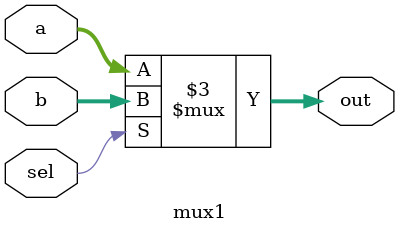
<source format=v>
`timescale 1ns / 1ps
`define n 8

module mux1 #(parameter size = 8)(a, b, sel, out);
    input [size-1:0] a, b;
    input sel;
    output reg [size-1:0] out;
    
    always @*
        if(sel)
           out = b;
        else
           out = a;
    // assign output = sel ? a : b
    
    
endmodule

</source>
